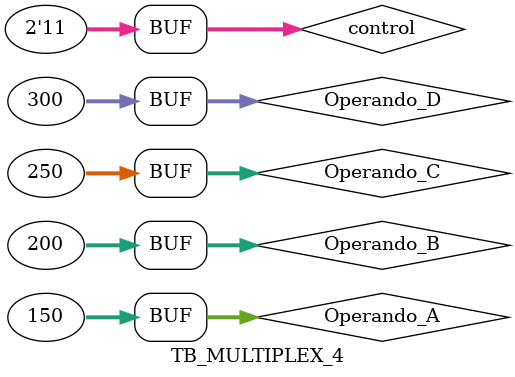
<source format=v>
`timescale 1ns / 1ps


module TB_MULTIPLEX_4;
reg [31:0]Operando_A, Operando_B,Operando_C,Operando_D; 
reg [1:0] control;
wire [31:0] salida; 
MULTIPLEX_4 prueba (Operando_A,Operando_B,Operando_C,Operando_D,control, salida); 
initial begin // se definen 4 valores de pruebas
Operando_A = 32'd150; 
Operando_B = 32'd200; 
Operando_C = 32'd250; 
Operando_D = 32'd300; 
//Se varia la señal de control con el tiempo para verificar el funcionamiento 
control = 2'b00; //Operando_A 
#10; 
control = 2'b01;//Operando_B
#10;
control = 2'b10;//Operando_C
#10; 
control = 2'b11; //Operando_D
end 
endmodule

</source>
